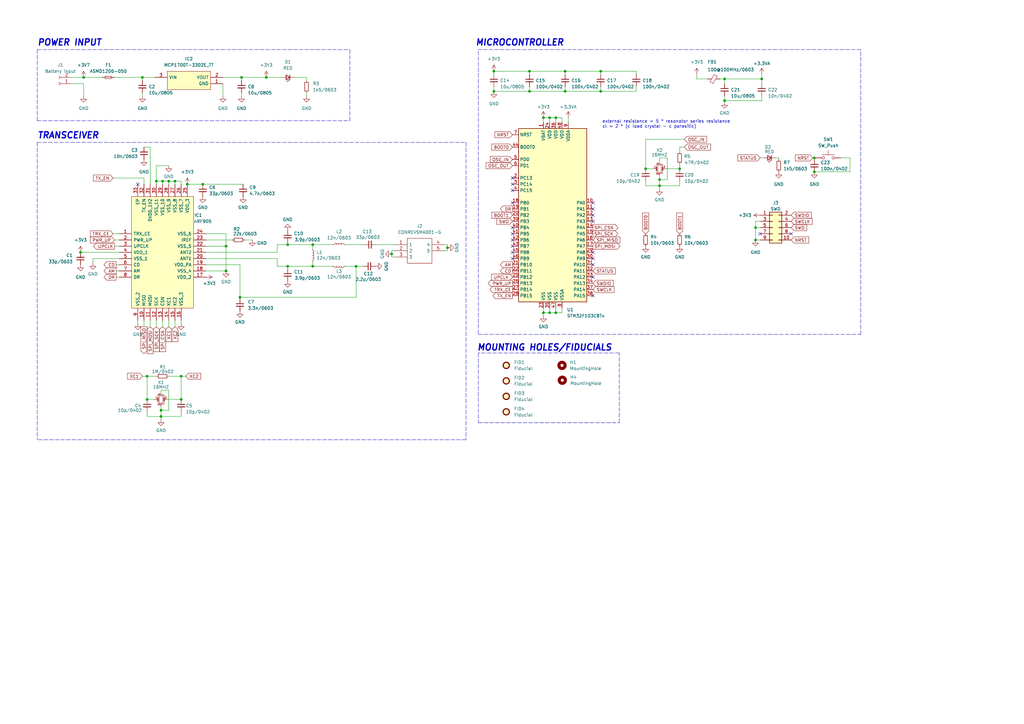
<source format=kicad_sch>
(kicad_sch (version 20211123) (generator eeschema)
  (paper "A3")
  (lib_symbols
    (symbol "CONREVSMA001-G:CONREVSMA001-G" (pin_names (offset 0.762))
      (property "Reference" "J" (at 16.51 7.62 0))
      (property "Value" "CONREVSMA001-G" (at 16.51 5.08 0))
      (symbol "CONREVSMA001-G_0_0"
        (pin passive line (at 0 0 0) (length 5.08) (name "1") (number "1"))
        (pin passive line (at 0 -2.54 0) (length 5.08) (name "2") (number "2"))
        (pin passive line (at 0 -5.08 0) (length 5.08) (name "3") (number "3"))
        (pin passive line (at 20.32 0 180) (length 5.08) (name "4") (number "4"))
        (pin passive line (at 20.32 -2.54 180) (length 5.08) (name "5") (number "5"))
      )
    )
    (symbol "Connector:Conn_01x02_Female" (pin_names (offset 1.016) hide)
      (property "Reference" "J" (at 0 2.54 0))
      (property "Value" "Conn_01x02_Female" (at 0 -5.08 0))
      (symbol "Conn_01x02_Female_1_1"
        (pin passive line (at -5.08 0 0) (length 3.81) (name "Pin_1") (number "1"))
        (pin passive line (at -5.08 -2.54 0) (length 3.81) (name "Pin_2") (number "2"))
      )
    )
    (symbol "Connector_Generic:Conn_02x05_Odd_Even" (pin_names (offset 1.016) hide)
      (property "Reference" "J" (at 1.27 7.62 0))
      (property "Value" "Conn_02x05_Odd_Even" (at 1.27 -7.62 0))
      (symbol "Conn_02x05_Odd_Even_1_1"
        (pin passive line (at -5.08 5.08 0) (length 3.81) (name "Pin_1") (number "1"))
        (pin passive line (at 7.62 -5.08 180) (length 3.81) (name "Pin_10") (number "10"))
        (pin passive line (at 7.62 5.08 180) (length 3.81) (name "Pin_2") (number "2"))
        (pin passive line (at -5.08 2.54 0) (length 3.81) (name "Pin_3") (number "3"))
        (pin passive line (at 7.62 2.54 180) (length 3.81) (name "Pin_4") (number "4"))
        (pin passive line (at -5.08 0 0) (length 3.81) (name "Pin_5") (number "5"))
        (pin passive line (at 7.62 0 180) (length 3.81) (name "Pin_6") (number "6"))
        (pin passive line (at -5.08 -2.54 0) (length 3.81) (name "Pin_7") (number "7"))
        (pin passive line (at 7.62 -2.54 180) (length 3.81) (name "Pin_8") (number "8"))
        (pin passive line (at -5.08 -5.08 0) (length 3.81) (name "Pin_9") (number "9"))
      )
    )
    (symbol "Device:C_Small" (pin_numbers hide) (pin_names (offset 0.254) hide)
      (property "Reference" "C" (at 0.254 1.778 0))
      (property "Value" "C_Small" (at 0.254 -2.032 0))
      (symbol "C_Small_1_1"
        (pin passive line (at 0 2.54 270) (length 2.032) (name "~") (number "1"))
        (pin passive line (at 0 -2.54 90) (length 2.032) (name "~") (number "2"))
      )
    )
    (symbol "Device:Crystal_GND24_Small" (pin_names (offset 1.016) hide)
      (property "Reference" "Y" (at 1.27 4.445 0))
      (property "Value" "Crystal_GND24_Small" (at 1.27 2.54 0))
      (symbol "Crystal_GND24_Small_1_1"
        (pin passive line (at -2.54 0 0) (length 1.27) (name "1") (number "1"))
        (pin passive line (at 0 -2.54 90) (length 0.635) (name "2") (number "2"))
        (pin passive line (at 2.54 0 180) (length 1.27) (name "3") (number "3"))
        (pin passive line (at 0 2.54 270) (length 0.635) (name "4") (number "4"))
      )
    )
    (symbol "Device:FerriteBead_Small" (pin_numbers hide) (pin_names (offset 0))
      (property "Reference" "FB" (at 1.905 1.27 0))
      (property "Value" "FerriteBead_Small" (at 1.905 -1.27 0))
      (symbol "FerriteBead_Small_1_1"
        (pin passive line (at 0 2.54 270) (length 1.27) (name "~") (number "1"))
        (pin passive line (at 0 -2.54 90) (length 1.27) (name "~") (number "2"))
      )
    )
    (symbol "Device:Fuse_Small" (pin_numbers hide) (pin_names (offset 0.254) hide)
      (property "Reference" "F" (at 0 -1.524 0))
      (property "Value" "Fuse_Small" (at 0 1.524 0))
      (symbol "Fuse_Small_1_1"
        (pin passive line (at -2.54 0 0) (length 1.27) (name "~") (number "1"))
        (pin passive line (at 2.54 0 180) (length 1.27) (name "~") (number "2"))
      )
    )
    (symbol "Device:LED_Small" (pin_numbers hide) (pin_names (offset 0.254) hide)
      (property "Reference" "D" (at -1.27 3.175 0))
      (property "Value" "LED_Small" (at -4.445 -2.54 0))
      (symbol "LED_Small_1_1"
        (pin passive line (at -2.54 0 0) (length 1.778) (name "K") (number "1"))
        (pin passive line (at 2.54 0 180) (length 1.778) (name "A") (number "2"))
      )
    )
    (symbol "Device:L_Small" (pin_numbers hide) (pin_names (offset 0.254) hide)
      (property "Reference" "L" (at 0.762 1.016 0))
      (property "Value" "L_Small" (at 0.762 -1.016 0))
      (symbol "L_Small_1_1"
        (pin passive line (at 0 2.54 270) (length 0.508) (name "~") (number "1"))
        (pin passive line (at 0 -2.54 90) (length 0.508) (name "~") (number "2"))
      )
    )
    (symbol "Device:R_Small" (pin_numbers hide) (pin_names (offset 0.254) hide)
      (property "Reference" "R" (at 0.762 0.508 0))
      (property "Value" "R_Small" (at 0.762 -1.016 0))
      (symbol "R_Small_1_1"
        (pin passive line (at 0 2.54 270) (length 0.762) (name "~") (number "1"))
        (pin passive line (at 0 -2.54 90) (length 0.762) (name "~") (number "2"))
      )
    )
    (symbol "MCP1700T-3302E_TT:MCP1700T-3302E_TT" (pin_names (offset 0.762))
      (property "Reference" "IC" (at 5.08 7.62 0))
      (property "Value" "MCP1700T-3302E_TT" (at 5.08 5.08 0))
      (symbol "MCP1700T-3302E_TT_0_0"
        (pin passive line (at 0 0 0) (length 5.08) (name "GND") (number "1"))
        (pin passive line (at 0 -2.54 0) (length 5.08) (name "VOUT") (number "2"))
        (pin passive line (at 27.94 -2.54 180) (length 5.08) (name "VIN") (number "3"))
      )
    )
    (symbol "MCU_ST_STM32F1:STM32F103C8Tx"
      (property "Reference" "U" (at -15.24 36.83 0))
      (property "Value" "STM32F103C8Tx" (at 7.62 36.83 0))
      (symbol "STM32F103C8Tx_1_1"
        (pin power_in line (at -5.08 38.1 270) (length 2.54) (name "VBAT") (number "1"))
        (pin bidirectional line (at 15.24 5.08 180) (length 2.54) (name "PA0") (number "10"))
        (pin bidirectional line (at 15.24 2.54 180) (length 2.54) (name "PA1") (number "11"))
        (pin bidirectional line (at 15.24 0 180) (length 2.54) (name "PA2") (number "12"))
        (pin bidirectional line (at 15.24 -2.54 180) (length 2.54) (name "PA3") (number "13"))
        (pin bidirectional line (at 15.24 -5.08 180) (length 2.54) (name "PA4") (number "14"))
        (pin bidirectional line (at 15.24 -7.62 180) (length 2.54) (name "PA5") (number "15"))
        (pin bidirectional line (at 15.24 -10.16 180) (length 2.54) (name "PA6") (number "16"))
        (pin bidirectional line (at 15.24 -12.7 180) (length 2.54) (name "PA7") (number "17"))
        (pin bidirectional line (at -17.78 5.08 0) (length 2.54) (name "PB0") (number "18"))
        (pin bidirectional line (at -17.78 2.54 0) (length 2.54) (name "PB1") (number "19"))
        (pin bidirectional line (at -17.78 15.24 0) (length 2.54) (name "PC13") (number "2"))
        (pin bidirectional line (at -17.78 0 0) (length 2.54) (name "PB2") (number "20"))
        (pin bidirectional line (at -17.78 -20.32 0) (length 2.54) (name "PB10") (number "21"))
        (pin bidirectional line (at -17.78 -22.86 0) (length 2.54) (name "PB11") (number "22"))
        (pin power_in line (at -5.08 -38.1 90) (length 2.54) (name "VSS") (number "23"))
        (pin power_in line (at -2.54 38.1 270) (length 2.54) (name "VDD") (number "24"))
        (pin bidirectional line (at -17.78 -25.4 0) (length 2.54) (name "PB12") (number "25"))
        (pin bidirectional line (at -17.78 -27.94 0) (length 2.54) (name "PB13") (number "26"))
        (pin bidirectional line (at -17.78 -30.48 0) (length 2.54) (name "PB14") (number "27"))
        (pin bidirectional line (at -17.78 -33.02 0) (length 2.54) (name "PB15") (number "28"))
        (pin bidirectional line (at 15.24 -15.24 180) (length 2.54) (name "PA8") (number "29"))
        (pin bidirectional line (at -17.78 12.7 0) (length 2.54) (name "PC14") (number "3"))
        (pin bidirectional line (at 15.24 -17.78 180) (length 2.54) (name "PA9") (number "30"))
        (pin bidirectional line (at 15.24 -20.32 180) (length 2.54) (name "PA10") (number "31"))
        (pin bidirectional line (at 15.24 -22.86 180) (length 2.54) (name "PA11") (number "32"))
        (pin bidirectional line (at 15.24 -25.4 180) (length 2.54) (name "PA12") (number "33"))
        (pin bidirectional line (at 15.24 -27.94 180) (length 2.54) (name "PA13") (number "34"))
        (pin power_in line (at -2.54 -38.1 90) (length 2.54) (name "VSS") (number "35"))
        (pin power_in line (at 0 38.1 270) (length 2.54) (name "VDD") (number "36"))
        (pin bidirectional line (at 15.24 -30.48 180) (length 2.54) (name "PA14") (number "37"))
        (pin bidirectional line (at 15.24 -33.02 180) (length 2.54) (name "PA15") (number "38"))
        (pin bidirectional line (at -17.78 -2.54 0) (length 2.54) (name "PB3") (number "39"))
        (pin bidirectional line (at -17.78 10.16 0) (length 2.54) (name "PC15") (number "4"))
        (pin bidirectional line (at -17.78 -5.08 0) (length 2.54) (name "PB4") (number "40"))
        (pin bidirectional line (at -17.78 -7.62 0) (length 2.54) (name "PB5") (number "41"))
        (pin bidirectional line (at -17.78 -10.16 0) (length 2.54) (name "PB6") (number "42"))
        (pin bidirectional line (at -17.78 -12.7 0) (length 2.54) (name "PB7") (number "43"))
        (pin input line (at -17.78 27.94 0) (length 2.54) (name "BOOT0") (number "44"))
        (pin bidirectional line (at -17.78 -15.24 0) (length 2.54) (name "PB8") (number "45"))
        (pin bidirectional line (at -17.78 -17.78 0) (length 2.54) (name "PB9") (number "46"))
        (pin power_in line (at 0 -38.1 90) (length 2.54) (name "VSS") (number "47"))
        (pin power_in line (at 2.54 38.1 270) (length 2.54) (name "VDD") (number "48"))
        (pin input line (at -17.78 22.86 0) (length 2.54) (name "PD0") (number "5"))
        (pin input line (at -17.78 20.32 0) (length 2.54) (name "PD1") (number "6"))
        (pin input line (at -17.78 33.02 0) (length 2.54) (name "NRST") (number "7"))
        (pin power_in line (at 2.54 -38.1 90) (length 2.54) (name "VSSA") (number "8"))
        (pin power_in line (at 5.08 38.1 270) (length 2.54) (name "VDDA") (number "9"))
      )
    )
    (symbol "Mechanical:Fiducial"
      (property "Reference" "FID" (at 0 5.08 0))
      (property "Value" "Fiducial" (at 0 3.175 0))
    )
    (symbol "Mechanical:MountingHole" (pin_names (offset 1.016))
      (property "Reference" "H" (at 0 5.08 0))
      (property "Value" "MountingHole" (at 0 3.175 0))
    )
    (symbol "Switch:SW_Push" (pin_numbers hide) (pin_names (offset 1.016) hide)
      (property "Reference" "SW" (at 1.27 2.54 0))
      (property "Value" "SW_Push" (at 0 -1.524 0))
      (symbol "SW_Push_0_1"
        (pin passive line (at -5.08 0 0) (length 2.54) (name "1") (number "1"))
        (pin passive line (at 5.08 0 180) (length 2.54) (name "2") (number "2"))
      )
    )
    (symbol "nRF905-REEL:nRF905-REEL" (pin_names (offset 0.762))
      (property "Reference" "IC" (at 31.75 20.32 0))
      (property "Value" "nRF905-REEL" (at 31.75 17.78 0))
      (symbol "nRF905-REEL_0_0"
        (pin passive line (at 0 0 0) (length 5.08) (name "TRX_CE") (number "1"))
        (pin passive line (at 10.16 -35.56 90) (length 5.08) (name "MISO") (number "10"))
        (pin passive line (at 12.7 -35.56 90) (length 5.08) (name "MOSI") (number "11"))
        (pin passive line (at 15.24 -35.56 90) (length 5.08) (name "SCK") (number "12"))
        (pin passive line (at 17.78 -35.56 90) (length 5.08) (name "CSN") (number "13"))
        (pin passive line (at 20.32 -35.56 90) (length 5.08) (name "XC1") (number "14"))
        (pin passive line (at 22.86 -35.56 90) (length 5.08) (name "XC2") (number "15"))
        (pin passive line (at 25.4 -35.56 90) (length 5.08) (name "VSS_3") (number "16"))
        (pin passive line (at 35.56 -17.78 180) (length 5.08) (name "VDD_2") (number "17"))
        (pin passive line (at 35.56 -15.24 180) (length 5.08) (name "VSS_4") (number "18"))
        (pin passive line (at 35.56 -12.7 180) (length 5.08) (name "VDD_PA") (number "19"))
        (pin passive line (at 0 -2.54 0) (length 5.08) (name "PWR_UP") (number "2"))
        (pin passive line (at 35.56 -10.16 180) (length 5.08) (name "ANT1") (number "20"))
        (pin passive line (at 35.56 -7.62 180) (length 5.08) (name "ANT2") (number "21"))
        (pin passive line (at 35.56 -5.08 180) (length 5.08) (name "VSS_5") (number "22"))
        (pin passive line (at 35.56 -2.54 180) (length 5.08) (name "IREF") (number "23"))
        (pin passive line (at 35.56 0 180) (length 5.08) (name "VSS_6") (number "24"))
        (pin passive line (at 27.94 20.32 270) (length 5.08) (name "VDD_3") (number "25"))
        (pin passive line (at 25.4 20.32 270) (length 5.08) (name "VSS_7") (number "26"))
        (pin passive line (at 22.86 20.32 270) (length 5.08) (name "VSS_8") (number "27"))
        (pin passive line (at 20.32 20.32 270) (length 5.08) (name "VSS_9") (number "28"))
        (pin passive line (at 17.78 20.32 270) (length 5.08) (name "VSS_10") (number "29"))
        (pin passive line (at 0 -5.08 0) (length 5.08) (name "UPCLK") (number "3"))
        (pin passive line (at 15.24 20.32 270) (length 5.08) (name "VSS_11") (number "30"))
        (pin passive line (at 12.7 20.32 270) (length 5.08) (name "DVDD_1V2") (number "31"))
        (pin passive line (at 10.16 20.32 270) (length 5.08) (name "TX_EN") (number "32"))
        (pin passive line (at 7.62 20.32 270) (length 5.08) (name "EP") (number "33"))
        (pin passive line (at 0 -7.62 0) (length 5.08) (name "VDD_1") (number "4"))
        (pin passive line (at 0 -10.16 0) (length 5.08) (name "VSS_1") (number "5"))
        (pin passive line (at 0 -12.7 0) (length 5.08) (name "CD") (number "6"))
        (pin passive line (at 0 -15.24 0) (length 5.08) (name "AM") (number "7"))
        (pin passive line (at 0 -17.78 0) (length 5.08) (name "DR") (number "8"))
        (pin passive line (at 7.62 -35.56 90) (length 5.08) (name "VSS_2") (number "9"))
      )
    )
    (symbol "power:+3.3V" (power) (pin_names (offset 0))
      (property "Value" "+3.3V" (at 0 3.556 0))
      (symbol "+3.3V_1_1"
        (pin power_in line (at 0 0 90) (length 0) hide (name "+3V3") (number "1"))
      )
    )
    (symbol "power:+3.3VA" (power) (pin_names (offset 0))
      (property "Value" "+3.3VA" (at 0 3.556 0))
      (symbol "+3.3VA_1_1"
        (pin power_in line (at 0 0 90) (length 0) hide (name "+3.3VA") (number "1"))
      )
    )
    (symbol "power:GND" (power) (pin_names (offset 0))
      (property "Value" "GND" (at 0 -3.81 0))
      (symbol "GND_1_1"
        (pin power_in line (at 0 0 270) (length 0) hide (name "GND") (number "1"))
      )
    )
    (symbol "powerport:+3V7"
      (property "Value" "+3V7" (at 0 3.81 0))
      (symbol "+3V7_1_1"
        (pin power_in line (at 0 0 0) (length 0) hide (name "+3V7") (number "1"))
      )
    )
  )
  (junction (at 34.29 31.75))
  (junction (at 66.04 170.815))
  (junction (at 227.965 48.26))
  (junction (at 297.18 41.275))
  (junction (at 69.215 74.295))
  (junction (at 309.88 93.345))
  (junction (at 183.515 101.6))
  (junction (at 309.88 98.425))
  (junction (at 270.51 76.2))
  (junction (at 74.295 163.83))
  (junction (at 66.04 168.275))
  (junction (at 334.01 70.485))
  (junction (at 264.795 69.215))
  (junction (at 225.425 48.26))
  (junction (at 217.17 37.465))
  (junction (at 246.38 37.465))
  (junction (at 64.135 74.295))
  (junction (at 297.18 32.385))
  (junction (at 74.295 154.305))
  (junction (at 270.51 73.66))
  (junction (at 231.775 37.465))
  (junction (at 92.71 100.965))
  (junction (at 222.885 128.27))
  (junction (at 60.325 154.305))
  (junction (at 146.05 109.22))
  (junction (at 202.565 37.465))
  (junction (at 117.983 109.22))
  (junction (at 225.425 128.27))
  (junction (at 222.885 48.26))
  (junction (at 246.38 29.21))
  (junction (at 231.775 29.21))
  (junction (at 128.27 100.33))
  (junction (at 71.755 74.295))
  (junction (at 66.675 74.295))
  (junction (at 99.06 31.75))
  (junction (at 160.655 104.14))
  (junction (at 109.22 31.75))
  (junction (at 83.185 75.565))
  (junction (at 202.565 29.21))
  (junction (at 33.02 103.505))
  (junction (at 58.42 31.75))
  (junction (at 92.71 111.125))
  (junction (at 217.17 29.21))
  (junction (at 76.835 75.565))
  (junction (at 334.01 64.77))
  (junction (at 60.325 163.83))
  (junction (at 117.983 100.33))
  (junction (at 128.27 109.22))
  (junction (at 278.765 69.215))
  (junction (at 98.425 121.92))
  (junction (at 227.965 128.27))
  (junction (at 312.42 32.385))
  (no_connect (at 56.515 75.565))
  (no_connect (at 243.205 106.045))
  (no_connect (at 243.205 108.585))
  (no_connect (at 243.205 103.505))
  (no_connect (at 324.485 95.885))
  (no_connect (at 311.785 95.885))
  (no_connect (at 243.205 113.665))
  (no_connect (at 210.185 106.045))
  (no_connect (at 210.185 103.505))
  (no_connect (at 243.205 121.285))
  (no_connect (at 210.185 83.185))
  (no_connect (at 243.205 90.805))
  (no_connect (at 243.205 88.265))
  (no_connect (at 243.205 85.725))
  (no_connect (at 243.205 83.185))
  (no_connect (at 210.185 93.345))
  (no_connect (at 210.185 95.885))
  (no_connect (at 210.185 98.425))
  (no_connect (at 210.185 100.965))
  (no_connect (at 210.185 78.105))
  (no_connect (at 210.185 75.565))
  (no_connect (at 210.185 73.025))
  (wire (pts (xy 91.44 34.29) (xy 91.44 39.37)))
  (polyline (pts (xy 191.135 58.42) (xy 191.135 180.34)))
  (wire (pts (xy 109.22 31.75) (xy 115.57 31.75)))
  (wire (pts (xy 146.05 109.22) (xy 148.971 109.22)))
  (wire (pts (xy 71.755 74.295) (xy 74.295 74.295)))
  (wire (pts (xy 273.05 69.215) (xy 278.765 69.215)))
  (wire (pts (xy 60.325 170.815) (xy 60.325 168.91)))
  (polyline (pts (xy 254 144.78) (xy 196.215 144.78)))
  (wire (pts (xy 260.985 29.21) (xy 260.985 30.48)))
  (wire (pts (xy 231.775 29.21) (xy 246.38 29.21)))
  (wire (pts (xy 59.055 131.445) (xy 59.055 133.985)))
  (wire (pts (xy 92.71 95.885) (xy 92.71 100.965)))
  (polyline (pts (xy 15.24 20.32) (xy 15.24 49.53)))
  (wire (pts (xy 68.58 163.83) (xy 74.295 163.83)))
  (wire (pts (xy 270.51 76.2) (xy 278.765 76.2)))
  (wire (pts (xy 222.885 128.27) (xy 222.885 129.54)))
  (wire (pts (xy 33.02 103.505) (xy 48.895 103.505)))
  (wire (pts (xy 98.425 108.585) (xy 98.425 121.92)))
  (wire (pts (xy 84.455 98.425) (xy 95.25 98.425)))
  (wire (pts (xy 183.515 100.33) (xy 183.515 101.6)))
  (wire (pts (xy 69.215 154.305) (xy 74.295 154.305)))
  (wire (pts (xy 74.295 154.305) (xy 76.2 154.305)))
  (wire (pts (xy 270.51 64.77) (xy 273.685 64.77)))
  (wire (pts (xy 120.65 31.75) (xy 125.73 31.75)))
  (wire (pts (xy 225.425 50.165) (xy 225.425 48.26)))
  (wire (pts (xy 128.27 100.33) (xy 136.525 100.33)))
  (polyline (pts (xy 353.06 137.16) (xy 353.06 20.32)))
  (wire (pts (xy 69.215 74.295) (xy 71.755 74.295)))
  (wire (pts (xy 222.885 48.26) (xy 225.425 48.26)))
  (wire (pts (xy 312.42 39.37) (xy 312.42 41.275)))
  (wire (pts (xy 217.17 29.21) (xy 217.17 30.48)))
  (wire (pts (xy 160.655 104.14) (xy 160.655 105.41)))
  (wire (pts (xy 58.42 154.305) (xy 60.325 154.305)))
  (wire (pts (xy 290.195 32.385) (xy 285.75 32.385)))
  (wire (pts (xy 103.505 98.425) (xy 100.33 98.425)))
  (wire (pts (xy 312.42 32.385) (xy 312.42 34.29)))
  (wire (pts (xy 264.795 76.2) (xy 264.795 74.295)))
  (wire (pts (xy 125.73 38.1) (xy 125.73 39.37)))
  (wire (pts (xy 222.885 126.365) (xy 222.885 128.27)))
  (wire (pts (xy 46.99 98.425) (xy 48.895 98.425)))
  (wire (pts (xy 141.605 109.22) (xy 146.05 109.22)))
  (wire (pts (xy 92.71 100.965) (xy 92.71 111.125)))
  (polyline (pts (xy 15.24 20.32) (xy 143.51 20.32)))
  (wire (pts (xy 66.675 131.445) (xy 66.675 133.985)))
  (wire (pts (xy 246.38 29.21) (xy 260.985 29.21)))
  (wire (pts (xy 46.355 95.885) (xy 48.895 95.885)))
  (wire (pts (xy 182.245 100.33) (xy 183.515 100.33)))
  (wire (pts (xy 64.135 67.945) (xy 64.135 74.295)))
  (wire (pts (xy 74.295 170.815) (xy 74.295 168.91)))
  (polyline (pts (xy 196.215 173.355) (xy 254 173.355)))
  (wire (pts (xy 113.665 106.045) (xy 113.665 109.22)))
  (wire (pts (xy 297.18 41.275) (xy 312.42 41.275)))
  (polyline (pts (xy 143.51 49.53) (xy 143.51 20.32)))
  (wire (pts (xy 297.18 32.385) (xy 312.42 32.385)))
  (wire (pts (xy 59.055 60.325) (xy 61.595 60.325)))
  (wire (pts (xy 297.18 41.91) (xy 297.18 41.275)))
  (wire (pts (xy 334.01 70.485) (xy 348.615 70.485)))
  (wire (pts (xy 58.42 31.75) (xy 63.5 31.75)))
  (wire (pts (xy 161.925 102.87) (xy 160.655 102.87)))
  (wire (pts (xy 128.27 109.22) (xy 136.525 109.22)))
  (wire (pts (xy 46.99 31.75) (xy 58.42 31.75)))
  (wire (pts (xy 60.325 163.83) (xy 63.5 163.83)))
  (wire (pts (xy 270.51 71.755) (xy 270.51 73.66)))
  (wire (pts (xy 227.965 128.27) (xy 230.505 128.27)))
  (wire (pts (xy 58.42 38.1) (xy 58.42 39.37)))
  (wire (pts (xy 38.1 107.95) (xy 38.1 106.045)))
  (wire (pts (xy 217.17 29.21) (xy 231.775 29.21)))
  (wire (pts (xy 160.655 105.41) (xy 161.925 105.41)))
  (wire (pts (xy 311.785 64.77) (xy 313.055 64.77)))
  (wire (pts (xy 29.21 34.29) (xy 34.29 34.29)))
  (wire (pts (xy 34.29 31.75) (xy 41.91 31.75)))
  (wire (pts (xy 141.605 100.33) (xy 149.225 100.33)))
  (wire (pts (xy 264.795 69.215) (xy 267.97 69.215)))
  (wire (pts (xy 318.135 64.77) (xy 319.405 64.77)))
  (wire (pts (xy 113.665 100.33) (xy 113.665 103.505)))
  (polyline (pts (xy 353.06 20.32) (xy 196.215 20.32)))
  (wire (pts (xy 280.67 60.325) (xy 278.765 60.325)))
  (wire (pts (xy 61.595 131.445) (xy 61.595 133.985)))
  (wire (pts (xy 69.215 74.295) (xy 69.215 75.565)))
  (wire (pts (xy 230.505 126.365) (xy 230.505 128.27)))
  (wire (pts (xy 297.18 39.37) (xy 297.18 41.275)))
  (wire (pts (xy 56.515 131.445) (xy 56.515 132.715)))
  (wire (pts (xy 128.27 107.315) (xy 128.27 109.22)))
  (wire (pts (xy 113.665 100.33) (xy 117.983 100.33)))
  (wire (pts (xy 202.565 30.48) (xy 202.565 29.21)))
  (wire (pts (xy 270.51 77.47) (xy 270.51 76.2)))
  (wire (pts (xy 231.775 37.465) (xy 217.17 37.465)))
  (wire (pts (xy 91.44 31.75) (xy 99.06 31.75)))
  (wire (pts (xy 66.675 74.295) (xy 66.675 75.565)))
  (wire (pts (xy 69.215 168.275) (xy 66.04 168.275)))
  (polyline (pts (xy 196.215 144.78) (xy 196.215 173.355)))
  (wire (pts (xy 71.755 74.295) (xy 71.755 75.565)))
  (polyline (pts (xy 191.135 180.34) (xy 15.24 180.34)))
  (wire (pts (xy 309.88 98.425) (xy 311.785 98.425)))
  (wire (pts (xy 334.01 64.77) (xy 334.01 65.405)))
  (wire (pts (xy 225.425 126.365) (xy 225.425 128.27)))
  (wire (pts (xy 60.325 170.815) (xy 66.04 170.815)))
  (wire (pts (xy 60.325 154.305) (xy 64.135 154.305)))
  (wire (pts (xy 46.355 73.025) (xy 59.055 73.025)))
  (wire (pts (xy 84.455 100.965) (xy 92.71 100.965)))
  (wire (pts (xy 125.73 31.75) (xy 125.73 33.02)))
  (wire (pts (xy 309.88 90.805) (xy 309.88 93.345)))
  (wire (pts (xy 222.885 48.26) (xy 222.885 50.165)))
  (wire (pts (xy 154.305 100.33) (xy 161.925 100.33)))
  (wire (pts (xy 183.515 102.87) (xy 182.245 102.87)))
  (wire (pts (xy 217.17 37.465) (xy 202.565 37.465)))
  (wire (pts (xy 246.38 37.465) (xy 231.775 37.465)))
  (wire (pts (xy 231.775 29.21) (xy 231.775 30.48)))
  (wire (pts (xy 47.625 113.665) (xy 48.895 113.665)))
  (wire (pts (xy 231.775 35.56) (xy 231.775 37.465)))
  (wire (pts (xy 66.04 168.275) (xy 66.04 170.815)))
  (wire (pts (xy 285.75 30.48) (xy 285.75 32.385)))
  (wire (pts (xy 61.595 60.325) (xy 61.595 75.565)))
  (wire (pts (xy 278.765 76.2) (xy 278.765 74.295)))
  (wire (pts (xy 64.135 131.445) (xy 64.135 133.985)))
  (wire (pts (xy 202.565 37.465) (xy 202.565 35.56)))
  (wire (pts (xy 227.965 48.26) (xy 230.505 48.26)))
  (wire (pts (xy 117.983 100.33) (xy 128.27 100.33)))
  (wire (pts (xy 202.565 29.21) (xy 217.17 29.21)))
  (wire (pts (xy 84.455 103.505) (xy 113.665 103.505)))
  (wire (pts (xy 297.18 32.385) (xy 297.18 34.29)))
  (wire (pts (xy 58.42 31.75) (xy 58.42 33.02)))
  (wire (pts (xy 99.06 31.75) (xy 99.06 33.02)))
  (wire (pts (xy 348.615 64.77) (xy 344.805 64.77)))
  (wire (pts (xy 160.655 102.87) (xy 160.655 104.14)))
  (wire (pts (xy 311.785 90.805) (xy 309.88 90.805)))
  (wire (pts (xy 64.135 67.945) (xy 69.215 67.945)))
  (wire (pts (xy 264.795 76.2) (xy 270.51 76.2)))
  (wire (pts (xy 84.455 106.045) (xy 113.665 106.045)))
  (wire (pts (xy 273.685 64.77) (xy 273.685 73.66)))
  (wire (pts (xy 76.835 75.565) (xy 83.185 75.565)))
  (wire (pts (xy 34.29 34.29) (xy 34.29 39.37)))
  (wire (pts (xy 334.01 64.77) (xy 334.645 64.77)))
  (polyline (pts (xy 254 173.355) (xy 254 144.78)))
  (wire (pts (xy 66.04 160.02) (xy 69.215 160.02)))
  (wire (pts (xy 69.215 133.985) (xy 69.215 131.445)))
  (wire (pts (xy 74.295 131.445) (xy 74.295 132.715)))
  (wire (pts (xy 59.055 75.565) (xy 59.055 73.025)))
  (wire (pts (xy 270.51 66.675) (xy 270.51 64.77)))
  (wire (pts (xy 66.04 170.815) (xy 74.295 170.815)))
  (wire (pts (xy 46.99 100.965) (xy 48.895 100.965)))
  (wire (pts (xy 348.615 70.485) (xy 348.615 64.77)))
  (wire (pts (xy 71.755 133.985) (xy 71.755 131.445)))
  (wire (pts (xy 264.795 57.15) (xy 280.67 57.15)))
  (wire (pts (xy 117.983 109.22) (xy 117.983 110.236)))
  (wire (pts (xy 309.88 93.345) (xy 309.88 98.425)))
  (wire (pts (xy 222.885 128.27) (xy 225.425 128.27)))
  (polyline (pts (xy 196.215 137.16) (xy 353.06 137.16)))
  (wire (pts (xy 246.38 29.21) (xy 246.38 30.48)))
  (wire (pts (xy 278.765 60.325) (xy 278.765 62.23)))
  (wire (pts (xy 74.295 154.305) (xy 74.295 163.83)))
  (wire (pts (xy 64.135 75.565) (xy 64.135 74.295)))
  (wire (pts (xy 260.985 37.465) (xy 246.38 37.465)))
  (wire (pts (xy 183.515 101.6) (xy 183.515 102.87)))
  (wire (pts (xy 98.425 121.92) (xy 98.425 122.555)))
  (wire (pts (xy 230.505 50.165) (xy 230.505 48.26)))
  (wire (pts (xy 225.425 48.26) (xy 227.965 48.26)))
  (wire (pts (xy 84.455 95.885) (xy 92.71 95.885)))
  (wire (pts (xy 264.795 57.15) (xy 264.795 69.215)))
  (wire (pts (xy 270.51 73.66) (xy 270.51 76.2)))
  (wire (pts (xy 38.1 106.045) (xy 48.895 106.045)))
  (wire (pts (xy 117.983 99.568) (xy 117.983 100.33)))
  (wire (pts (xy 29.21 31.75) (xy 34.29 31.75)))
  (wire (pts (xy 312.42 30.48) (xy 312.42 32.385)))
  (wire (pts (xy 225.425 128.27) (xy 227.965 128.27)))
  (wire (pts (xy 309.88 93.345) (xy 311.785 93.345)))
  (wire (pts (xy 60.325 154.305) (xy 60.325 163.83)))
  (wire (pts (xy 117.983 109.22) (xy 128.27 109.22)))
  (wire (pts (xy 99.06 31.75) (xy 109.22 31.75)))
  (wire (pts (xy 333.375 64.77) (xy 334.01 64.77)))
  (wire (pts (xy 146.05 109.22) (xy 146.05 121.92)))
  (wire (pts (xy 227.965 126.365) (xy 227.965 128.27)))
  (wire (pts (xy 260.985 35.56) (xy 260.985 37.465)))
  (wire (pts (xy 47.625 111.125) (xy 48.895 111.125)))
  (wire (pts (xy 217.17 35.56) (xy 217.17 37.465)))
  (wire (pts (xy 84.455 111.125) (xy 92.71 111.125)))
  (polyline (pts (xy 15.24 58.42) (xy 15.24 180.34)))
  (wire (pts (xy 66.04 172.085) (xy 66.04 170.815)))
  (wire (pts (xy 84.455 108.585) (xy 98.425 108.585)))
  (polyline (pts (xy 15.24 58.42) (xy 191.135 58.42)))
  (polyline (pts (xy 15.24 49.53) (xy 143.51 49.53)))
  (wire (pts (xy 227.965 48.26) (xy 227.965 50.165)))
  (wire (pts (xy 295.275 32.385) (xy 297.18 32.385)))
  (polyline (pts (xy 196.215 20.955) (xy 196.215 137.16)))
  (wire (pts (xy 128.27 100.33) (xy 128.27 102.235)))
  (wire (pts (xy 69.215 160.02) (xy 69.215 168.275)))
  (wire (pts (xy 66.675 74.295) (xy 69.215 74.295)))
  (wire (pts (xy 66.04 161.29) (xy 66.04 160.02)))
  (wire (pts (xy 64.135 74.295) (xy 66.675 74.295)))
  (wire (pts (xy 233.045 48.26) (xy 233.045 50.165)))
  (wire (pts (xy 47.625 108.585) (xy 48.895 108.585)))
  (wire (pts (xy 83.185 75.565) (xy 99.695 75.565)))
  (polyline (pts (xy 196.215 144.78) (xy 196.215 144.78)))
  (wire (pts (xy 246.38 35.56) (xy 246.38 37.465)))
  (wire (pts (xy 66.04 166.37) (xy 66.04 168.275)))
  (wire (pts (xy 98.425 121.92) (xy 146.05 121.92)))
  (wire (pts (xy 74.295 74.295) (xy 74.295 75.565)))
  (wire (pts (xy 278.765 67.31) (xy 278.765 69.215)))
  (wire (pts (xy 99.06 38.1) (xy 99.06 39.37)))
  (wire (pts (xy 113.665 109.22) (xy 117.983 109.22)))
  (wire (pts (xy 319.405 64.77) (xy 319.405 65.405)))
  (wire (pts (xy 273.685 73.66) (xy 270.51 73.66)))
  (text "external resistance = 5 * resonator series resistance\ncl = 2 * (c load crystal - c parasitic)" (at 247.015 52.705 0) (effects (font (size 1.27 1.27)) (justify left bottom)))
  (text "TRANSCEIVER" (at 15.24 57.15 0) (effects (font (size 2.54 2.54) (thickness 0.508) bold italic) (justify left bottom)))
  (text "POWER INPUT" (at 15.24 19.05 0) (effects (font (size 2.54 2.54) (thickness 0.508) bold italic) (justify left bottom)))
  (text "MOUNTING HOLES/FIDUCIALS\n" (at 195.58 144.145 0) (effects (font (size 2.54 2.54) (thickness 0.508) bold italic) (justify left bottom)))
  (text "MICROCONTROLLER" (at 194.945 19.05 0) (effects (font (size 2.54 2.54) (thickness 0.508) bold italic) (justify left bottom)))
  (global_label "AM" (shape output) (at 210.185 108.585 180) (property "Intersheet References" "${INTERSHEET_REFS}" (effects hide)))
  (global_label "XC2" (shape input) (at 71.755 133.985 270) (property "Intersheet References" "${INTERSHEET_REFS}" (effects hide)))
  (global_label "BOOT0" (shape input) (at 210.185 60.325 180) (property "Intersheet References" "${INTERSHEET_REFS}" (effects hide)))
  (global_label "TRX_CE" (shape output) (at 210.185 118.745 180) (property "Intersheet References" "${INTERSHEET_REFS}" (effects hide)))
  (global_label "XC2" (shape input) (at 76.2 154.305 0) (property "Intersheet References" "${INTERSHEET_REFS}" (effects hide)))
  (global_label "SWO" (shape input) (at 324.485 93.345 0) (property "Intersheet References" "${INTERSHEET_REFS}" (effects hide)))
  (global_label "SPI_MISO" (shape output) (at 59.055 133.985 270) (property "Intersheet References" "${INTERSHEET_REFS}" (effects hide)))
  (global_label "DR" (shape output) (at 47.625 113.665 180) (property "Intersheet References" "${INTERSHEET_REFS}" (effects hide)))
  (global_label "STATUS" (shape input) (at 243.205 111.125 0) (property "Intersheet References" "${INTERSHEET_REFS}" (effects hide)))
  (global_label "PWR_UP" (shape input) (at 46.99 98.425 180) (property "Intersheet References" "${INTERSHEET_REFS}" (effects hide)))
  (global_label "NRST" (shape input) (at 210.185 55.245 180) (property "Intersheet References" "${INTERSHEET_REFS}" (effects hide)))
  (global_label "SWDIO" (shape input) (at 243.205 116.205 0) (property "Intersheet References" "${INTERSHEET_REFS}" (effects hide)))
  (global_label "SPI_MOSI" (shape output) (at 243.205 100.965 0) (property "Intersheet References" "${INTERSHEET_REFS}" (effects hide)))
  (global_label "TRX_CE" (shape input) (at 46.355 95.885 180) (property "Intersheet References" "${INTERSHEET_REFS}" (effects hide)))
  (global_label "TX_EN" (shape output) (at 210.185 121.285 180) (property "Intersheet References" "${INTERSHEET_REFS}" (effects hide)))
  (global_label "UPCLK" (shape output) (at 46.99 100.965 180) (property "Intersheet References" "${INTERSHEET_REFS}" (effects hide)))
  (global_label "TX_EN" (shape input) (at 46.355 73.025 180) (property "Intersheet References" "${INTERSHEET_REFS}" (effects hide)))
  (global_label "SWCLK" (shape input) (at 324.485 90.805 0) (property "Intersheet References" "${INTERSHEET_REFS}" (effects hide)))
  (global_label "SPI_CSN" (shape input) (at 66.675 133.985 270) (property "Intersheet References" "${INTERSHEET_REFS}" (effects hide)))
  (global_label "PWR_UP" (shape output) (at 210.185 116.205 180) (property "Intersheet References" "${INTERSHEET_REFS}" (effects hide)))
  (global_label "SWO" (shape input) (at 210.185 90.805 180) (property "Intersheet References" "${INTERSHEET_REFS}" (effects hide)))
  (global_label "XC1" (shape input) (at 58.42 154.305 180) (property "Intersheet References" "${INTERSHEET_REFS}" (effects hide)))
  (global_label "OSC_IN" (shape input) (at 210.185 65.405 180) (property "Intersheet References" "${INTERSHEET_REFS}" (effects hide)))
  (global_label "UPCLK" (shape input) (at 210.185 113.665 180) (property "Intersheet References" "${INTERSHEET_REFS}" (effects hide)))
  (global_label "NRST" (shape input) (at 333.375 64.77 180) (property "Intersheet References" "${INTERSHEET_REFS}" (effects hide)))
  (global_label "STATUS" (shape input) (at 311.785 64.77 180) (property "Intersheet References" "${INTERSHEET_REFS}" (effects hide)))
  (global_label "SWCLK" (shape input) (at 243.205 118.745 0) (property "Intersheet References" "${INTERSHEET_REFS}" (effects hide)))
  (global_label "OSC_OUT" (shape input) (at 280.67 60.325 0) (property "Intersheet References" "${INTERSHEET_REFS}" (effects hide)))
  (global_label "SPI_CSN" (shape output) (at 243.205 93.345 0) (property "Intersheet References" "${INTERSHEET_REFS}" (effects hide)))
  (global_label "CD" (shape output) (at 47.625 108.585 180) (property "Intersheet References" "${INTERSHEET_REFS}" (effects hide)))
  (global_label "SPI_MISO" (shape input) (at 243.205 98.425 0) (property "Intersheet References" "${INTERSHEET_REFS}" (effects hide)))
  (global_label "CD" (shape output) (at 210.185 111.125 180) (property "Intersheet References" "${INTERSHEET_REFS}" (effects hide)))
  (global_label "SPI_SCK" (shape input) (at 64.135 133.985 270) (property "Intersheet References" "${INTERSHEET_REFS}" (effects hide)))
  (global_label "OSC_OUT" (shape input) (at 210.185 67.945 180) (property "Intersheet References" "${INTERSHEET_REFS}" (effects hide)))
  (global_label "BOOT0" (shape input) (at 264.795 95.885 90) (property "Intersheet References" "${INTERSHEET_REFS}" (effects hide)))
  (global_label "BOOT1" (shape input) (at 210.185 88.265 180) (property "Intersheet References" "${INTERSHEET_REFS}" (effects hide)))
  (global_label "SPI_SCK" (shape output) (at 243.205 95.885 0) (property "Intersheet References" "${INTERSHEET_REFS}" (effects hide)))
  (global_label "NRST" (shape input) (at 324.485 98.425 0) (property "Intersheet References" "${INTERSHEET_REFS}" (effects hide)))
  (global_label "SWDIO" (shape input) (at 324.485 88.265 0) (property "Intersheet References" "${INTERSHEET_REFS}" (effects hide)))
  (global_label "XC1" (shape input) (at 69.215 133.985 270) (property "Intersheet References" "${INTERSHEET_REFS}" (effects hide)))
  (global_label "AM" (shape output) (at 47.625 111.125 180) (property "Intersheet References" "${INTERSHEET_REFS}" (effects hide)))
  (global_label "DR" (shape output) (at 210.185 85.725 180) (property "Intersheet References" "${INTERSHEET_REFS}" (effects hide)))
  (global_label "BOOT1" (shape input) (at 278.765 95.885 90) (property "Intersheet References" "${INTERSHEET_REFS}" (effects hide)))
  (global_label "OSC_IN" (shape input) (at 280.67 57.15 0) (property "Intersheet References" "${INTERSHEET_REFS}" (effects hide)))
  (global_label "SPI_MOSI" (shape input) (at 61.595 133.985 270) (property "Intersheet References" "${INTERSHEET_REFS}" (effects hide)))
  (symbol (lib_id "power:GND") (at 319.405 70.485 0) (unit 1)
    (property "Reference" "#PWR041" (effects hide))
    (property "Value" "GND" (at 319.405 75.565 0))
  )
  (symbol (lib_id "Device:L_Small") (at 139.065 109.22 270) (unit 1)
    (property "Reference" "L3" (at 139.065 111.252 90))
    (property "Value" "12n/0603" (at 139.065 113.538 90))
    (property "Footprint" "Inductor_SMD:L_0603_1608Metric" (effects hide))
  )
  (symbol (lib_id "Device:L_Small") (at 128.27 104.775 0) (unit 1)
    (property "Reference" "L1" (at 129.794 103.505 0) (effects (justify left)))
    (property "Value" "12n/0603" (at 129.794 105.791 0) (effects (justify left)))
    (property "Footprint" "Inductor_SMD:L_0603_1608Metric" (effects hide))
  )
  (symbol (lib_id "nRF905-REEL:nRF905-REEL") (at 48.895 95.885 0) (unit 1)
    (property "Reference" "IC1" (at 81.28 88.265 0))
    (property "Value" "nRF905" (at 83.185 90.805 0))
    (property "Footprint" "nrf905:nrf905" (effects hide))
    (property "Datasheet" "http://infocenter.nordicsemi.com/pdf/nRF905_PS_v1.5.pdf" (effects hide))
    (property "Description" "HF-Transceiver 1.9-3.6V 433/868/ 915MHz TRNSCVR" (effects hide))
    (property "Height" "0.9" (effects hide))
    (property "Manufacturer_Name" "Nordic Semiconductor" (effects hide))
    (property "Manufacturer_Part_Number" "nRF905-REEL" (effects hide))
    (property "Mouser Part Number" "949-NRF905-REEL" (effects hide))
    (property "Mouser Price/Stock" "https://www.mouser.co.uk/ProductDetail/Nordic-Semiconductor/nRF905-REEL?qs=yd0qOhnSiDf%252BojuUf1Yl6g%3D%3D" (effects hide))
    (property "Arrow Part Number" "NRF905-REEL" (effects hide))
    (property "Arrow Price/Stock" "https://www.arrow.com/en/products/nrf905-reel/nordic-semiconductor?region=nac" (effects hide))
  )
  (symbol (lib_id "MCU_ST_STM32F1:STM32F103C8Tx") (at 227.965 88.265 0) (unit 1)
    (property "Reference" "U1" (at 232.5244 127 0) (effects (justify left)))
    (property "Value" "STM32F103C8Tx" (at 232.5244 129.54 0) (effects (justify left)))
    (property "Footprint" "Package_QFP:LQFP-48_7x7mm_P0.5mm" (effects hide))
    (property "Datasheet" "http://www.st.com/st-web-ui/static/active/en/resource/technical/document/datasheet/CD00161566.pdf" (effects hide))
  )
  (symbol (lib_id "power:GND") (at 183.515 101.6 90) (unit 1)
    (property "Reference" "#PWR027" (effects hide))
    (property "Value" "GND" (at 187.325 101.6 0))
  )
  (symbol (lib_id "Device:C_Small") (at 59.055 62.865 0) (mirror x) (unit 1)
    (property "Reference" "C3" (at 56.515 61.5885 0) (effects (justify right)))
    (property "Value" "10n/0603" (at 56.515 64.1285 0) (effects (justify right)))
    (property "Footprint" "Capacitor_SMD:C_0603_1608Metric" (effects hide))
  )
  (symbol (lib_id "power:GND") (at 160.655 104.14 270) (unit 1)
    (property "Reference" "#PWR026" (effects hide))
    (property "Value" "GND" (at 156.845 104.14 0))
  )
  (symbol (lib_id "Connector_Generic:Conn_02x05_Odd_Even") (at 316.865 93.345 0) (unit 1)
    (property "Reference" "J3" (at 318.135 83.185 0))
    (property "Value" "SWD" (at 318.135 85.725 0))
    (property "Footprint" "Connector_PinHeader_2.54mm:PinHeader_2x05_P2.54mm_Vertical_SMD" (effects hide))
  )
  (symbol (lib_id "power:GND") (at 98.425 127.635 0) (unit 1)
    (property "Reference" "#PWR017" (effects hide))
    (property "Value" "GND" (at 98.425 132.08 0))
  )
  (symbol (lib_id "Mechanical:Fiducial") (at 207.645 149.86 0) (unit 1)
    (property "Reference" "FID1" (at 210.82 148.5899 0) (effects (justify left)))
    (property "Value" "Fiducial" (at 210.82 151.1299 0) (effects (justify left)))
    (property "Footprint" "Fiducial:Fiducial_1mm_Mask2mm" (effects hide))
  )
  (symbol (lib_id "Device:C_Small") (at 58.42 35.56 0) (unit 1)
    (property "Reference" "C2" (at 60.96 35.56 0) (effects (justify left)))
    (property "Value" "10u/0805" (at 60.96 38.1 0) (effects (justify left)))
    (property "Footprint" "Capacitor_SMD:C_0805_2012Metric" (effects hide))
  )
  (symbol (lib_id "power:GND") (at 38.1 107.95 0) (mirror y) (unit 1)
    (property "Reference" "#PWR05" (effects hide))
    (property "Value" "GND" (at 38.1 112.395 0))
  )
  (symbol (lib_id "power:+3.3V") (at 33.02 103.505 0) (unit 1)
    (property "Reference" "#PWR01" (effects hide))
    (property "Value" "+3.3V" (at 33.02 98.425 0))
  )
  (symbol (lib_id "Mechanical:Fiducial") (at 207.645 162.56 0) (unit 1)
    (property "Reference" "FID3" (at 210.82 161.2899 0) (effects (justify left)))
    (property "Value" "Fiducial" (at 210.82 163.8299 0) (effects (justify left)))
    (property "Footprint" "Fiducial:Fiducial_1mm_Mask2mm" (effects hide))
  )
  (symbol (lib_id "Device:LED_Small") (at 118.11 31.75 180) (unit 1)
    (property "Reference" "D1" (at 118.0465 25.4 0))
    (property "Value" "RED" (at 118.0465 27.94 0))
    (property "Footprint" "LED_SMD:LED_0603_1608Metric" (effects hide))
  )
  (symbol (lib_id "power:GND") (at 202.565 37.465 0) (unit 1)
    (property "Reference" "#PWR029" (effects hide))
    (property "Value" "GND" (at 202.565 42.545 0))
  )
  (symbol (lib_id "Device:C_Small") (at 231.775 33.02 0) (unit 1)
    (property "Reference" "C16" (at 234.315 33.02 0) (effects (justify left)))
    (property "Value" "100n/0402" (at 234.315 35.56 0) (effects (justify left)))
    (property "Footprint" "Capacitor_SMD:C_0402_1005Metric" (effects hide))
  )
  (symbol (lib_id "power:GND") (at 83.185 80.645 0) (unit 1)
    (property "Reference" "#PWR013" (effects hide))
    (property "Value" "GND" (at 83.185 85.09 0))
  )
  (symbol (lib_id "power:GND") (at 59.055 65.405 0) (unit 1)
    (property "Reference" "#PWR08" (effects hide))
    (property "Value" "GND" (at 59.055 70.485 0))
  )
  (symbol (lib_id "power:GND") (at 270.51 77.47 0) (unit 1)
    (property "Reference" "#PWR034" (effects hide))
    (property "Value" "GND" (at 270.51 81.915 0))
  )
  (symbol (lib_id "power:GND") (at 92.71 111.125 0) (unit 1)
    (property "Reference" "#PWR016" (effects hide))
    (property "Value" "GND" (at 92.71 115.57 0))
  )
  (symbol (lib_id "Device:C_Small") (at 334.01 67.945 0) (unit 1)
    (property "Reference" "C23" (at 336.55 66.675 0) (effects (justify left)))
    (property "Value" "100n/0402" (at 336.55 69.215 0) (effects (justify left)))
    (property "Footprint" "Capacitor_SMD:C_0402_1005Metric" (effects hide))
  )
  (symbol (lib_id "power:GND") (at 58.42 39.37 0) (unit 1)
    (property "Reference" "#PWR07" (effects hide))
    (property "Value" "GND" (at 58.42 44.45 0))
  )
  (symbol (lib_id "power:+3.3VA") (at 233.045 48.26 0) (unit 1)
    (property "Reference" "#PWR032" (effects hide))
    (property "Value" "+3.3VA" (at 233.045 43.815 0))
  )
  (symbol (lib_id "Mechanical:Fiducial") (at 207.645 156.21 0) (unit 1)
    (property "Reference" "FID2" (at 210.82 154.9399 0) (effects (justify left)))
    (property "Value" "Fiducial" (at 210.82 157.4799 0) (effects (justify left)))
    (property "Footprint" "Fiducial:Fiducial_1mm_Mask2mm" (effects hide))
  )
  (symbol (lib_id "Device:R_Small") (at 278.765 64.77 180) (unit 1)
    (property "Reference" "R5" (at 283.21 64.135 0) (effects (justify left)))
    (property "Value" "47R/0402" (at 290.83 66.675 0) (effects (justify left)))
    (property "Footprint" "Resistor_SMD:R_0402_1005Metric" (effects hide))
  )
  (symbol (lib_id "power:+3.3V") (at 311.785 88.265 90) (unit 1)
    (property "Reference" "#PWR039" (effects hide))
    (property "Value" "+3.3V" (at 302.895 88.265 90) (effects (justify right)))
  )
  (symbol (lib_id "power:GND") (at 309.88 98.425 0) (unit 1)
    (property "Reference" "#PWR038" (effects hide))
    (property "Value" "GND" (at 309.88 103.505 0))
  )
  (symbol (lib_id "power:GND") (at 74.295 132.715 0) (unit 1)
    (property "Reference" "#PWR011" (effects hide))
    (property "Value" "GND" (at 74.295 137.16 0))
  )
  (symbol (lib_id "power:+3.3V") (at 84.455 113.665 270) (unit 1)
    (property "Reference" "#PWR014" (effects hide))
    (property "Value" "+3.3V" (at 83.185 116.205 90) (effects (justify left)))
  )
  (symbol (lib_id "Device:C_Small") (at 99.695 78.105 0) (unit 1)
    (property "Reference" "C9" (at 102.235 76.8412 0) (effects (justify left)))
    (property "Value" "4.7n/0603" (at 102.235 79.3812 0) (effects (justify left)))
    (property "Footprint" "Capacitor_SMD:C_0603_1608Metric" (effects hide))
  )
  (symbol (lib_id "power:GND") (at 56.515 132.715 0) (unit 1)
    (property "Reference" "#PWR06" (effects hide))
    (property "Value" "GND" (at 56.515 137.16 0))
  )
  (symbol (lib_id "Device:R_Small") (at 66.675 154.305 270) (unit 1)
    (property "Reference" "R1" (at 65.405 150.495 90) (effects (justify left)))
    (property "Value" "1M/0402" (at 62.23 152.4 90) (effects (justify left)))
    (property "Footprint" "Resistor_SMD:R_0402_1005Metric" (effects hide))
  )
  (symbol (lib_id "power:GND") (at 297.18 41.91 0) (unit 1)
    (property "Reference" "#PWR037" (effects hide))
    (property "Value" "GND" (at 297.18 46.355 0))
  )
  (symbol (lib_id "Device:C_Small") (at 151.511 109.22 90) (mirror x) (unit 1)
    (property "Reference" "C12" (at 153.035 112.268 90) (effects (justify left)))
    (property "Value" "2.2p/0603" (at 156.337 114.554 90) (effects (justify left)))
    (property "Footprint" "Capacitor_SMD:C_0603_1608Metric" (effects hide))
  )
  (symbol (lib_id "Mechanical:MountingHole") (at 230.505 149.86 0) (unit 1)
    (property "Reference" "H1" (at 233.68 148.5899 0) (effects (justify left)))
    (property "Value" "MountingHole" (at 233.68 151.1299 0) (effects (justify left)))
    (property "Footprint" "MountingHole:MountingHole_3.2mm_M3" (effects hide))
  )
  (symbol (lib_id "Device:C_Small") (at 278.765 71.755 0) (unit 1)
    (property "Reference" "C20" (at 280.67 71.755 0) (effects (justify left)))
    (property "Value" "10p/0402" (at 280.67 74.295 0) (effects (justify left)))
    (property "Footprint" "Capacitor_SMD:C_0402_1005Metric" (effects hide))
  )
  (symbol (lib_id "power:+3.3V") (at 285.75 30.48 0) (unit 1)
    (property "Reference" "#PWR036" (effects hide))
    (property "Value" "+3.3V" (at 285.75 25.4 0))
  )
  (symbol (lib_id "power:+3.3VA") (at 312.42 30.48 0) (unit 1)
    (property "Reference" "#PWR040" (effects hide))
    (property "Value" "+3.3VA" (at 312.42 26.035 0))
  )
  (symbol (lib_id "Device:Fuse_Small") (at 44.45 31.75 0) (unit 1)
    (property "Reference" "F1" (at 44.45 26.67 0))
    (property "Value" "ASMD1206-050" (at 44.45 29.21 0))
    (property "Footprint" "Fuse:Fuse_1206_3216Metric" (effects hide))
  )
  (symbol (lib_id "Device:L_Small") (at 139.065 100.33 90) (unit 1)
    (property "Reference" "L2" (at 139.065 94.996 90))
    (property "Value" "12n/0603" (at 139.065 97.536 90))
    (property "Footprint" "Inductor_SMD:L_0603_1608Metric" (effects hide))
  )
  (symbol (lib_id "Mechanical:Fiducial") (at 207.645 168.91 0) (unit 1)
    (property "Reference" "FID4" (at 210.82 167.6399 0) (effects (justify left)))
    (property "Value" "Fiducial" (at 210.82 170.1799 0) (effects (justify left)))
    (property "Footprint" "Fiducial:Fiducial_1mm_Mask2mm" (effects hide))
  )
  (symbol (lib_id "power:GND") (at 222.885 129.54 0) (unit 1)
    (property "Reference" "#PWR031" (effects hide))
    (property "Value" "GND" (at 222.885 133.985 0))
  )
  (symbol (lib_id "power:GND") (at 99.695 80.645 0) (unit 1)
    (property "Reference" "#PWR019" (effects hide))
    (property "Value" "GND" (at 99.695 85.09 0))
  )
  (symbol (lib_id "Device:R_Small") (at 264.795 98.425 0) (unit 1)
    (property "Reference" "R4" (at 266.7 97.1549 0) (effects (justify left)))
    (property "Value" "10k/0603" (at 266.7 99.695 0) (effects (justify left)))
    (property "Footprint" "Resistor_SMD:R_0603_1608Metric" (effects hide))
  )
  (symbol (lib_id "CONREVSMA001-G:CONREVSMA001-G") (at 161.925 100.33 0) (unit 1)
    (property "Reference" "J2" (at 172.085 92.71 0))
    (property "Value" "CONREVSMA001-G" (at 172.085 95.25 0))
    (property "Footprint" "CONREVSMA001:CONREVSMA001G" (effects hide))
    (property "Datasheet" "https://linxtechnologies.com/wp/wp-content/uploads/conrevsma001-g.pdf" (effects hide))
    (property "Description" "RF Connectors / Coaxial Connectors RP-SMA Female PCB Mount - Gold" (effects hide))
    (property "Height" "9" (effects hide))
    (property "Manufacturer_Name" "Linx Technologies" (effects hide))
    (property "Manufacturer_Part_Number" "CONREVSMA001-G" (effects hide))
    (property "Mouser Part Number" "712-CONREVSMA001-G" (effects hide))
    (property "Mouser Price/Stock" "https://www.mouser.co.uk/ProductDetail/Linx-Technologies/CONREVSMA001-G?qs=W0r2Z67sYILo7qw9wjKWjA%3D%3D" (effects hide))
  )
  (symbol (lib_id "Device:C_Small") (at 33.02 106.045 0) (mirror x) (unit 1)
    (property "Reference" "C1" (at 29.845 104.7685 0) (effects (justify right)))
    (property "Value" "33p/0603" (at 29.845 107.3085 0) (effects (justify right)))
    (property "Footprint" "Capacitor_SMD:C_0603_1608Metric" (effects hide))
  )
  (symbol (lib_id "power:GND") (at 264.795 100.965 0) (unit 1)
    (property "Reference" "#PWR033" (effects hide))
    (property "Value" "GND" (at 264.795 105.41 0))
  )
  (symbol (lib_id "Device:C_Small") (at 217.17 33.02 0) (unit 1)
    (property "Reference" "C15" (at 219.71 33.02 0) (effects (justify left)))
    (property "Value" "100n/0402" (at 219.71 35.56 0) (effects (justify left)))
    (property "Footprint" "Capacitor_SMD:C_0402_1005Metric" (effects hide))
  )
  (symbol (lib_id "power:+3.3V") (at 76.835 75.565 0) (unit 1)
    (property "Reference" "#PWR012" (effects hide))
    (property "Value" "+3.3V" (at 76.835 70.485 0))
  )
  (symbol (lib_id "Device:Crystal_GND24_Small") (at 66.04 163.83 0) (unit 1)
    (property "Reference" "X1" (at 66.04 156.845 0))
    (property "Value" "16MHZ" (at 66.04 158.75 0))
    (property "Footprint" "Crystal:Crystal_SMD_3225-4Pin_3.2x2.5mm" (effects hide))
  )
  (symbol (lib_id "Device:LED_Small") (at 315.595 64.77 180) (unit 1)
    (property "Reference" "D2" (at 314.96 60.325 0))
    (property "Value" "RED" (at 315.595 62.23 0))
    (property "Footprint" "LED_SMD:LED_0603_1608Metric" (effects hide))
  )
  (symbol (lib_id "power:+3.3V") (at 222.885 48.26 0) (unit 1)
    (property "Reference" "#PWR030" (effects hide))
    (property "Value" "+3.3V" (at 222.885 43.815 0))
  )
  (symbol (lib_id "power:GND") (at 33.02 108.585 0) (unit 1)
    (property "Reference" "#PWR02" (effects hide))
    (property "Value" "GND" (at 33.02 113.665 0))
  )
  (symbol (lib_id "power:GND") (at 69.215 67.945 0) (unit 1)
    (property "Reference" "#PWR010" (effects hide))
    (property "Value" "GND" (at 69.215 72.39 0))
  )
  (symbol (lib_id "Device:C_Small") (at 98.425 125.095 0) (unit 1)
    (property "Reference" "C7" (at 101.6 123.8312 0) (effects (justify left)))
    (property "Value" "3.3n/0603" (at 101.6 126.3712 0) (effects (justify left)))
    (property "Footprint" "Capacitor_SMD:C_0603_1608Metric" (effects hide))
  )
  (symbol (lib_id "Device:R_Small") (at 278.765 98.425 0) (unit 1)
    (property "Reference" "R6" (at 280.67 97.1549 0) (effects (justify left)))
    (property "Value" "10k/0603" (at 280.67 99.6949 0) (effects (justify left)))
    (property "Footprint" "Resistor_SMD:R_0603_1608Metric" (effects hide))
  )
  (symbol (lib_id "Connector:Conn_01x02_Female") (at 24.13 34.29 180) (unit 1)
    (property "Reference" "J1" (at 24.765 26.67 0))
    (property "Value" "Battery input" (at 24.765 29.21 0))
    (property "Footprint" "Connector_JST:JST_PH_B2B-PH-K_1x02_P2.00mm_Vertical" (effects hide))
  )
  (symbol (lib_id "Device:C_Small") (at 117.983 112.776 0) (unit 1)
    (property "Reference" "C11" (at 120.523 111.5122 0) (effects (justify left)))
    (property "Value" "3.9p/0603" (at 120.777 114.046 0) (effects (justify left)))
    (property "Footprint" "Capacitor_SMD:C_0603_1608Metric" (effects hide))
  )
  (symbol (lib_id "power:GND") (at 117.983 115.316 0) (unit 1)
    (property "Reference" "#PWR023" (effects hide))
    (property "Value" "GND" (at 117.983 119.761 0))
  )
  (symbol (lib_id "power:GND") (at 99.06 39.37 0) (unit 1)
    (property "Reference" "#PWR018" (effects hide))
    (property "Value" "GND" (at 99.06 44.45 0))
  )
  (symbol (lib_id "Device:C_Small") (at 202.565 33.02 0) (unit 1)
    (property "Reference" "C14" (at 205.105 33.02 0) (effects (justify left)))
    (property "Value" "10u/0805" (at 205.105 35.56 0) (effects (justify left)))
    (property "Footprint" "Capacitor_SMD:C_0805_2012Metric" (effects hide))
  )
  (symbol (lib_id "Device:C_Small") (at 264.795 71.755 0) (unit 1)
    (property "Reference" "C19" (at 258.445 71.755 0) (effects (justify left)))
    (property "Value" "10p/0402" (at 252.73 74.295 0) (effects (justify left)))
    (property "Footprint" "Capacitor_SMD:C_0402_1005Metric" (effects hide))
  )
  (symbol (lib_id "Device:FerriteBead_Small") (at 292.735 32.385 90) (unit 1)
    (property "Reference" "FB1" (at 292.1 25.4 90))
    (property "Value" "100@100MHz/0603" (at 299.72 28.575 90))
    (property "Footprint" "Inductor_SMD:L_0603_1608Metric" (effects hide))
  )
  (symbol (lib_id "Device:C_Small") (at 151.765 100.33 90) (unit 1)
    (property "Reference" "C13" (at 152.527 94.996 90) (effects (justify left)))
    (property "Value" "33p/0603" (at 155.829 97.282 90) (effects (justify left)))
    (property "Footprint" "Capacitor_SMD:C_0603_1608Metric" (effects hide))
  )
  (symbol (lib_id "power:GND") (at 103.505 98.425 0) (unit 1)
    (property "Reference" "#PWR020" (effects hide))
    (property "Value" "GND" (at 105.41 99.6949 0) (effects (justify left)))
  )
  (symbol (lib_id "Device:C_Small") (at 83.185 78.105 0) (unit 1)
    (property "Reference" "C6" (at 85.725 76.8412 0) (effects (justify left)))
    (property "Value" "33p/0603" (at 85.725 79.3812 0) (effects (justify left)))
    (property "Footprint" "Capacitor_SMD:C_0603_1608Metric" (effects hide))
  )
  (symbol (lib_id "Device:C_Small") (at 99.06 35.56 0) (unit 1)
    (property "Reference" "C8" (at 101.6 35.56 0) (effects (justify left)))
    (property "Value" "10u/0805" (at 101.6 38.1 0) (effects (justify left)))
    (property "Footprint" "Capacitor_SMD:C_0805_2012Metric" (effects hide))
  )
  (symbol (lib_id "Device:R_Small") (at 125.73 35.56 0) (unit 1)
    (property "Reference" "R3" (at 128.27 34.2899 0) (effects (justify left)))
    (property "Value" "1k5/0603" (at 128.27 36.8299 0) (effects (justify left)))
    (property "Footprint" "Resistor_SMD:R_0603_1608Metric" (effects hide))
  )
  (symbol (lib_id "power:GND") (at 154.051 109.22 90) (unit 1)
    (property "Reference" "#PWR025" (effects hide))
    (property "Value" "GND" (at 158.496 109.22 0))
  )
  (symbol (lib_id "power:+3.3V") (at 109.22 31.75 0) (unit 1)
    (property "Reference" "#PWR021" (effects hide))
    (property "Value" "+3.3V" (at 109.22 26.67 0))
  )
  (symbol (lib_id "Device:C_Small") (at 60.325 166.37 0) (unit 1)
    (property "Reference" "C4" (at 55.245 166.37 0) (effects (justify left)))
    (property "Value" "10p/0402" (at 48.26 168.275 0) (effects (justify left)))
    (property "Footprint" "Capacitor_SMD:C_0402_1005Metric" (effects hide))
  )
  (symbol (lib_id "Device:C_Small") (at 117.983 97.028 0) (unit 1)
    (property "Reference" "C10" (at 120.523 95.7642 0) (effects (justify left)))
    (property "Value" "3.9p/0603" (at 120.777 98.298 0) (effects (justify left)))
    (property "Footprint" "Capacitor_SMD:C_0603_1608Metric" (effects hide))
  )
  (symbol (lib_id "Device:C_Small") (at 74.295 166.37 0) (unit 1)
    (property "Reference" "C5" (at 76.2 166.37 0) (effects (justify left)))
    (property "Value" "10p/0402" (at 76.2 168.91 0) (effects (justify left)))
    (property "Footprint" "Capacitor_SMD:C_0402_1005Metric" (effects hide))
  )
  (symbol (lib_id "power:GND") (at 125.73 39.37 0) (unit 1)
    (property "Reference" "#PWR024" (effects hide))
    (property "Value" "GND" (at 125.73 44.45 0))
  )
  (symbol (lib_id "power:GND") (at 334.01 70.485 0) (unit 1)
    (property "Reference" "#PWR042" (effects hide))
    (property "Value" "GND" (at 334.01 75.565 0))
  )
  (symbol (lib_id "Device:C_Small") (at 260.985 33.02 0) (unit 1)
    (property "Reference" "C18" (at 263.525 33.02 0) (effects (justify left)))
    (property "Value" "100n/0402" (at 263.525 35.56 0) (effects (justify left)))
    (property "Footprint" "Capacitor_SMD:C_0402_1005Metric" (effects hide))
  )
  (symbol (lib_id "power:+3.3V") (at 202.565 29.21 0) (unit 1)
    (property "Reference" "#PWR028" (effects hide))
    (property "Value" "+3.3V" (at 202.565 24.13 0))
  )
  (symbol (lib_id "powerport:+3V7") (at 34.29 31.75 0) (unit 1)
    (property "Reference" "#PWR3" (effects hide))
    (property "Value" "+3V7" (at 34.29 26.67 0))
  )
  (symbol (lib_id "Device:C_Small") (at 312.42 36.83 0) (unit 1)
    (property "Reference" "C22" (at 314.96 36.83 0) (effects (justify left)))
    (property "Value" "10n/0402" (at 314.96 39.37 0) (effects (justify left)))
    (property "Footprint" "Capacitor_SMD:C_0402_1005Metric" (effects hide))
  )
  (symbol (lib_id "Device:C_Small") (at 297.18 36.83 0) (unit 1)
    (property "Reference" "C21" (at 299.72 36.83 0) (effects (justify left)))
    (property "Value" "10u/0805" (at 299.72 39.37 0) (effects (justify left)))
    (property "Footprint" "Capacitor_SMD:C_0805_2012Metric" (effects hide))
  )
  (symbol (lib_id "Device:R_Small") (at 319.405 67.945 0) (unit 1)
    (property "Reference" "R7" (at 321.31 66.6749 0) (effects (justify left)))
    (property "Value" "1k5/0603" (at 321.31 69.2149 0) (effects (justify left)))
    (property "Footprint" "Resistor_SMD:R_0603_1608Metric" (effects hide))
  )
  (symbol (lib_id "Device:R_Small") (at 97.79 98.425 90) (unit 1)
    (property "Reference" "R2" (at 98.425 93.98 90) (effects (justify left)))
    (property "Value" "22k/0603" (at 105.41 95.885 90) (effects (justify left)))
    (property "Footprint" "Resistor_SMD:R_0603_1608Metric" (effects hide))
  )
  (symbol (lib_id "power:GND") (at 91.44 39.37 0) (unit 1)
    (property "Reference" "#PWR015" (effects hide))
    (property "Value" "GND" (at 91.44 44.45 0))
  )
  (symbol (lib_id "power:GND") (at 66.04 172.085 0) (unit 1)
    (property "Reference" "#PWR09" (effects hide))
    (property "Value" "GND" (at 66.04 176.53 0))
  )
  (symbol (lib_id "Device:C_Small") (at 246.38 33.02 0) (unit 1)
    (property "Reference" "C17" (at 248.92 33.02 0) (effects (justify left)))
    (property "Value" "100n/0402" (at 248.92 35.56 0) (effects (justify left)))
    (property "Footprint" "Capacitor_SMD:C_0402_1005Metric" (effects hide))
  )
  (symbol (lib_id "Device:Crystal_GND24_Small") (at 270.51 69.215 0) (unit 1)
    (property "Reference" "X2" (at 270.51 61.595 0))
    (property "Value" "16MHZ" (at 270.51 63.5 0))
    (property "Footprint" "Crystal:Crystal_SMD_3225-4Pin_3.2x2.5mm" (effects hide))
  )
  (symbol (lib_id "Switch:SW_Push") (at 339.725 64.77 0) (unit 1)
    (property "Reference" "SW1" (at 339.725 57.15 0))
    (property "Value" "SW_Push" (at 339.725 59.69 0))
    (property "Footprint" "Button_Switch_THT:SW_PUSH_6mm" (effects hide))
  )
  (symbol (lib_id "MCP1700T-3302E_TT:MCP1700T-3302E_TT") (at 91.44 34.29 180) (unit 1)
    (property "Reference" "IC2" (at 77.47 24.13 0))
    (property "Value" "MCP1700T-3302E_TT" (at 77.47 26.67 0))
    (property "Footprint" "MCP1700T-3302E_TT:MCP1700T-3302E_TT" (effects hide))
    (property "Datasheet" "https://datasheet.datasheetarchive.com/originals/distributors/SFDatasheet-4/sf-00090030.pdf" (effects hide))
    (property "Description" "LDO voltage regulator 250mA Isupply 1uA" (effects hide))
    (property "Height" "1.12" (effects hide))
    (property "Manufacturer_Name" "Microchip" (effects hide))
    (property "Manufacturer_Part_Number" "MCP1700T-3302E/TT" (effects hide))
    (property "Mouser Part Number" "579-MCP1700T3302E/TT" (effects hide))
    (property "Mouser Price/Stock" "https://www.mouser.co.uk/ProductDetail/Microchip-Technology/MCP1700T-3302E-TT?qs=fM4xO01eazPmCNDrdHEdaw%3D%3D" (effects hide))
    (property "Arrow Part Number" "MCP1700T-3302E/TT" (effects hide))
    (property "Arrow Price/Stock" "https://www.arrow.com/en/products/mcp1700t-3302ett/microchip-technology?region=nac" (effects hide))
  )
  (symbol (lib_id "power:GND") (at 34.29 39.37 0) (unit 1)
    (property "Reference" "#PWR04" (effects hide))
    (property "Value" "GND" (at 34.29 44.45 0))
  )
  (symbol (lib_id "power:GND") (at 278.765 100.965 0) (unit 1)
    (property "Reference" "#PWR035" (effects hide))
    (property "Value" "GND" (at 278.765 105.41 0))
  )
  (symbol (lib_id "Mechanical:MountingHole") (at 230.632 155.956 0) (unit 1)
    (property "Reference" "H4" (at 233.807 154.6859 0) (effects (justify left)))
    (property "Value" "MountingHole" (at 233.807 157.2259 0) (effects (justify left)))
    (property "Footprint" "MountingHole:MountingHole_3.2mm_M3" (effects hide))
  )
  (symbol (lib_id "power:GND") (at 117.983 94.488 180) (unit 1)
    (property "Reference" "#PWR022" (effects hide))
    (property "Value" "GND" (at 117.983 90.043 0))
  )
)
</source>
